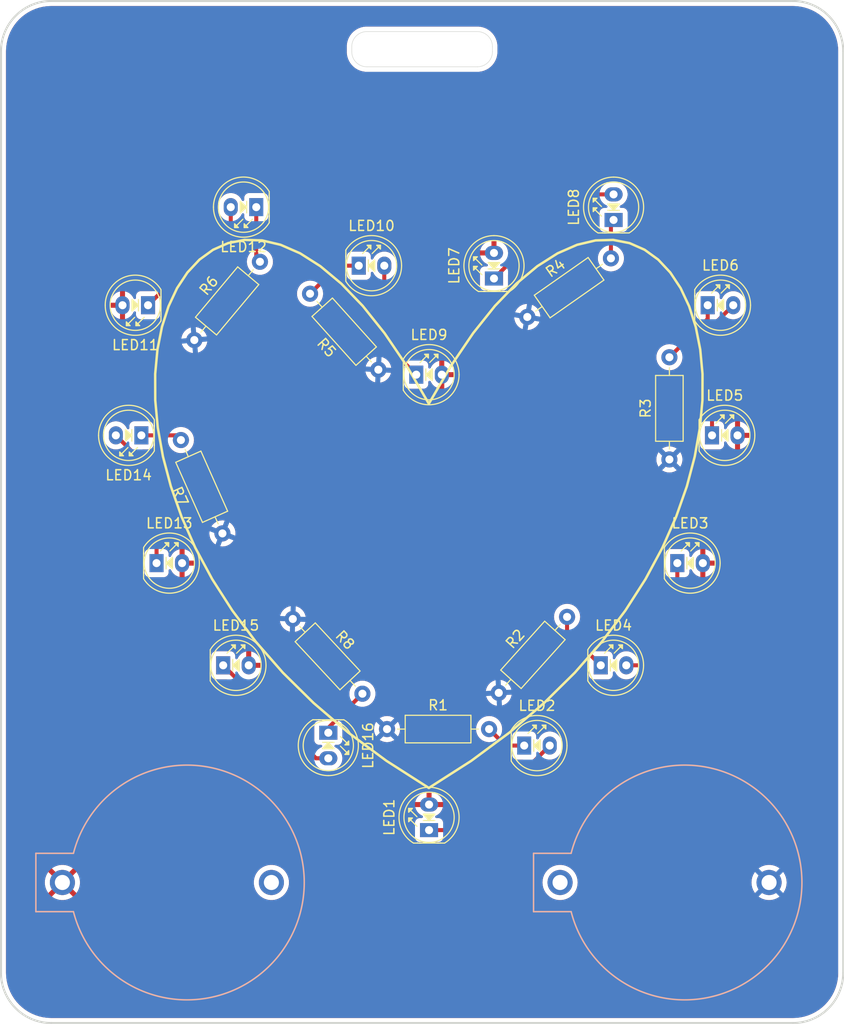
<source format=kicad_pcb>
(kicad_pcb (version 20240108) (generator "pcbnew") (generator_version "8.0")
  (layers (0 "F.Cu" signal) (31 "B.Cu" signal) (34 "B.Paste" user) (35 "F.Paste" user) (36 "B.SilkS" user "B.Silkscreen") (37 "F.SilkS" user "F.Silkscreen") (38 "B.Mask" user) (39 "F.Mask" user) (44 "Edge.Cuts" user))
  (net 0 "")
  (net 1 "VCC")
  (net 2 "Net-(BAT1-Pad2)")
  (net 3 "GND")
  (net 4 "Net-(LED1-K)")
  (net 5 "Net-(LED2-K)")
  (net 6 "Net-(LED3-K)")
  (net 7 "Net-(LED4-K)")
  (net 8 "Net-(LED5-K)")
  (net 9 "Net-(LED6-K)")
  (net 10 "Net-(LED7-K)")
  (net 11 "Net-(LED8-K)")
  (net 12 "Net-(LED10-A)")
  (net 13 "Net-(LED10-K)")
  (net 14 "Net-(LED11-K)")
  (net 15 "Net-(LED12-K)")
  (net 16 "Net-(LED13-K)")
  (net 17 "Net-(LED14-K)")
  (net 18 "Net-(LED15-K)")
  (net 19 "Net-(LED16-K)")
  (footprint "Resistor_THT:R_Axial_DIN0207_L6.3mm_D2.5mm_P10.16mm_Horizontal" (layer "F.Cu") (at 129.729252 84.506013 50)
    (property "Reference" "R6" (at 5.080001 -2.37 50) (layer "F.SilkS"))
    (property "Value" "150R")
    (fp_line (start 1.81 -1.369999) (end 1.81 1.370001) (stroke (width 0.12)) (layer "F.SilkS"))
    (fp_line (start 1.04 0) (end 1.81 0.000001) (stroke (width 0.12)) (layer "F.SilkS"))
    (fp_line (start 1.81 1.370001) (end 8.35 1.37) (stroke (width 0.12)) (layer "F.SilkS"))
    (fp_line (start 8.35 -1.37) (end 1.81 -1.369999) (stroke (width 0.12)) (layer "F.SilkS"))
    (fp_line (start 9.12 -0.000001) (end 8.350001 0) (stroke (width 0.12)) (layer "F.SilkS"))
    (fp_line (start 8.35 1.37) (end 8.35 -1.37) (stroke (width 0.12)) (layer "F.SilkS"))
    (pad "1" thru_hole circle (at 0 0 50) (size 1.6 1.6) (drill 0.8) (layers "*.Cu" "*.Mask") (net 3 "GND"))
    (pad "2" thru_hole oval (at 10.16 -0.000001 50) (size 1.6 1.6) (drill 0.8) (layers "*.Cu" "*.Mask") (net 15 "Net-(LED12-K)"))
  )
  (footprint "PCM_LED_THT_AKL:LED_D5.0mm" (layer "F.Cu") (at 143.064986 123.543344 -90)
    (property "Reference" "LED16" (at 1.27 -3.96 90) (layer "F.SilkS"))
    (property "Value" "LED_5mm_Red" (hide yes))
    (fp_line (start 0.9525 -0.5715) (end 0.9525 0.5715) (stroke (width 0.12)) (layer "F.SilkS"))
    (fp_line (start 0.381 -1.2065) (end 1.2065 -2.032) (stroke (width 0.12)) (layer "F.SilkS"))
    (fp_line (start 1.3335 -1.2065) (end 2.159 -2.032) (stroke (width 0.12)) (layer "F.SilkS"))
    (fp_line (start -1.29 -1.545) (end -1.29 1.545) (stroke (width 0.12)) (layer "F.SilkS"))
    (fp_arc (start 4.26 -0.000462) (mid 2.072002 2.880433) (end -1.29 1.54483) (stroke (width 0.12)) (layer "F.SilkS"))
    (fp_arc (start -1.29 -1.54483) (mid 2.072002 -2.880433) (end 4.26 0.000462) (stroke (width 0.12)) (layer "F.SilkS"))
    (fp_circle (center 1.27 0) (end 3.77 0) (stroke (width 0.12)) (fill none) (layer "F.SilkS"))
    (fp_poly (pts (xy 1.5875 0.5715) (xy 0.9525 0) (xy 1.5875 -0.5715)) (stroke (width 0.12)) (fill solid) (layer "F.SilkS"))
    (fp_poly (pts (xy 1.2065 -1.651) (xy 0.8255 -2.032) (xy 1.2065 -2.032)) (stroke (width 0.12)) (fill solid) (layer "F.SilkS"))
    (fp_poly (pts (xy 2.159 -1.651) (xy 1.778 -2.032) (xy 2.159 -2.032)) (stroke (width 0.12)) (fill solid) (layer "F.SilkS"))
    (pad "1" thru_hole rect (at 0 0 270) (size 1.4 1.8) (drill 0.8) (layers "*.Cu" "*.Mask") (net 19 "Net-(LED16-K)"))
    (pad "2" thru_hole oval (at 2.54 0 270) (size 1.4 1.8) (drill 0.8) (layers "*.Cu" "*.Mask") (net 18 "Net-(LED15-K)"))
  )
  (footprint "PCM_LED_THT_AKL:LED_D5.0mm" (layer "F.Cu") (at 135.895 71.291513 180)
    (property "Reference" "LED12" (at 1.27 -3.96 0) (layer "F.SilkS"))
    (property "Value" "LED_5mm_Red" (hide yes))
    (fp_line (start 1.3335 -1.2065) (end 2.159 -2.032) (stroke (width 0.12)) (layer "F.SilkS"))
    (fp_line (start 0.9525 -0.5715) (end 0.9525 0.5715) (stroke (width 0.12)) (layer "F.SilkS"))
    (fp_line (start 0.381 -1.2065) (end 1.2065 -2.032) (stroke (width 0.12)) (layer "F.SilkS"))
    (fp_line (start -1.29 -1.545) (end -1.29 1.545) (stroke (width 0.12)) (layer "F.SilkS"))
    (fp_arc (start 4.26 -0.000462) (mid 2.072002 2.880433) (end -1.29 1.54483) (stroke (width 0.12)) (layer "F.SilkS"))
    (fp_arc (start -1.29 -1.54483) (mid 2.072002 -2.880433) (end 4.26 0.000462) (stroke (width 0.12)) (layer "F.SilkS"))
    (fp_circle (center 1.27 0) (end 3.77 0) (stroke (width 0.12)) (fill none) (layer "F.SilkS"))
    (fp_poly (pts (xy 2.159 -1.651) (xy 1.778 -2.032) (xy 2.159 -2.032)) (stroke (width 0.12)) (fill solid) (layer "F.SilkS"))
    (fp_poly (pts (xy 1.5875 0.5715) (xy 0.9525 0) (xy 1.5875 -0.5715)) (stroke (width 0.12)) (fill solid) (layer "F.SilkS"))
    (fp_poly (pts (xy 1.2065 -1.651) (xy 0.8255 -2.032) (xy 1.2065 -2.032)) (stroke (width 0.12)) (fill solid) (layer "F.SilkS"))
    (pad "1" thru_hole rect (at 0 0 180) (size 1.4 1.8) (drill 0.8) (layers "*.Cu" "*.Mask") (net 15 "Net-(LED12-K)"))
    (pad "2" thru_hole oval (at 2.54 0 180) (size 1.4 1.8) (drill 0.8) (layers "*.Cu" "*.Mask") (net 14 "Net-(LED11-K)"))
  )
  (footprint "Resistor_THT:R_Axial_DIN0207_L6.3mm_D2.5mm_P10.16mm_Horizontal" (layer "F.Cu") (at 160.028471 119.576472 48)
    (property "Reference" "R2" (at 5.08 -2.370001 48) (layer "F.SilkS"))
    (property "Value" "150R")
    (fp_line (start 1.810001 -1.370001) (end 1.81 1.37) (stroke (width 0.12)) (layer "F.SilkS"))
    (fp_line (start 1.04 -0.000001) (end 1.81 0) (stroke (width 0.12)) (layer "F.SilkS"))
    (fp_line (start 1.81 1.37) (end 8.35 1.370002) (stroke (width 0.12)) (layer "F.SilkS"))
    (fp_line (start 8.35 -1.369999) (end 1.810001 -1.370001) (stroke (width 0.12)) (layer "F.SilkS"))
    (fp_line (start 9.119999 -0.000001) (end 8.35 -0.000001) (stroke (width 0.12)) (layer "F.SilkS"))
    (fp_line (start 8.35 1.370002) (end 8.35 -1.369999) (stroke (width 0.12)) (layer "F.SilkS"))
    (pad "1" thru_hole circle (at 0 0 48) (size 1.6 1.6) (drill 0.8) (layers "*.Cu" "*.Mask") (net 3 "GND"))
    (pad "2" thru_hole oval (at 10.160002 0 48) (size 1.6 1.6) (drill 0.8) (layers "*.Cu" "*.Mask") (net 7 "Net-(LED4-K)"))
  )
  (footprint "Resistor_THT:R_Axial_DIN0207_L6.3mm_D2.5mm_P10.16mm_Horizontal" (layer "F.Cu") (at 132.528123 103.728818 114)
    (property "Reference" "R7" (at 5.08 -2.370001 114) (layer "F.SilkS"))
    (property "Value" "150R")
    (fp_line (start 8.35 -1.37) (end 1.81 -1.369999) (stroke (width 0.12)) (layer "F.SilkS"))
    (fp_line (start 9.12 0) (end 8.35 -0.000001) (stroke (width 0.12)) (layer "F.SilkS"))
    (fp_line (start 8.349999 1.37) (end 8.35 -1.37) (stroke (width 0.12)) (layer "F.SilkS"))
    (fp_line (start 1.81 -1.369999) (end 1.81 1.37) (stroke (width 0.12)) (layer "F.SilkS"))
    (fp_line (start 1.039999 0) (end 1.81 -0.000001) (stroke (width 0.12)) (layer "F.SilkS"))
    (fp_line (start 1.81 1.37) (end 8.349999 1.37) (stroke (width 0.12)) (layer "F.SilkS"))
    (pad "1" thru_hole circle (at 0 0 114) (size 1.6 1.6) (drill 0.8) (layers "*.Cu" "*.Mask") (net 3 "GND"))
    (pad "2" thru_hole oval (at 10.16 -0.000001 114) (size 1.6 1.6) (drill 0.8) (layers "*.Cu" "*.Mask") (net 17 "Net-(LED14-K)"))
  )
  (footprint "PCM_LED_THT_AKL:LED_D5.0mm" (layer "F.Cu") (at 132.602772 116.84)
    (property "Reference" "LED15" (at 1.27 -3.96 360) (layer "F.SilkS"))
    (property "Value" "LED_5mm_Red" (hide yes))
    (fp_line (start -1.29 -1.545) (end -1.29 1.545) (stroke (width 0.12)) (layer "F.SilkS"))
    (fp_line (start 0.381 -1.2065) (end 1.2065 -2.032) (stroke (width 0.12)) (layer "F.SilkS"))
    (fp_line (start 0.9525 -0.5715) (end 0.9525 0.5715) (stroke (width 0.12)) (layer "F.SilkS"))
    (fp_line (start 1.3335 -1.2065) (end 2.159 -2.032) (stroke (width 0.12)) (layer "F.SilkS"))
    (fp_arc (start -1.29 -1.54483) (mid 2.072002 -2.880433) (end 4.26 0.000462) (stroke (width 0.12)) (layer "F.SilkS"))
    (fp_arc (start 4.26 -0.000462) (mid 2.072002 2.880433) (end -1.29 1.54483) (stroke (width 0.12)) (layer "F.SilkS"))
    (fp_circle (center 1.27 0) (end 3.77 0) (stroke (width 0.12)) (fill none) (layer "F.SilkS"))
    (fp_poly (pts (xy 1.2065 -1.651) (xy 0.8255 -2.032) (xy 1.2065 -2.032)) (stroke (width 0.12)) (fill solid) (layer "F.SilkS"))
    (fp_poly (pts (xy 1.5875 0.5715) (xy 0.9525 0) (xy 1.5875 -0.5715)) (stroke (width 0.12)) (fill solid) (layer "F.SilkS"))
    (fp_poly (pts (xy 2.159 -1.651) (xy 1.778 -2.032) (xy 2.159 -2.032)) (stroke (width 0.12)) (fill solid) (layer "F.SilkS"))
    (pad "1" thru_hole rect (at 0 0) (size 1.4 1.8) (drill 0.8) (layers "*.Cu" "*.Mask") (net 18 "Net-(LED15-K)"))
    (pad "2" thru_hole oval (at 2.54 0) (size 1.4 1.8) (drill 0.8) (layers "*.Cu" "*.Mask") (net 1 "VCC"))
  )
  (footprint "PCM_LED_THT_AKL:LED_D5.0mm" (layer "F.Cu") (at 170.18 116.84)
    (property "Reference" "LED4" (at 1.27 -3.96 0) (layer "F.SilkS"))
    (property "Value" "LED_5mm_Red" (hide yes))
    (fp_line (start -1.29 -1.545) (end -1.29 1.545) (stroke (width 0.12)) (layer "F.SilkS"))
    (fp_line (start 0.381 -1.2065) (end 1.2065 -2.032) (stroke (width 0.12)) (layer "F.SilkS"))
    (fp_line (start 0.9525 -0.5715) (end 0.9525 0.5715) (stroke (width 0.12)) (layer "F.SilkS"))
    (fp_line (start 1.3335 -1.2065) (end 2.159 -2.032) (stroke (width 0.12)) (layer "F.SilkS"))
    (fp_arc (start -1.29 -1.54483) (mid 2.072002 -2.880433) (end 4.26 0.000462) (stroke (width 0.12)) (layer "F.SilkS"))
    (fp_arc (start 4.26 -0.000462) (mid 2.072002 2.880433) (end -1.29 1.54483) (stroke (width 0.12)) (layer "F.SilkS"))
    (fp_circle (center 1.27 0) (end 3.77 0) (stroke (width 0.12)) (fill none) (layer "F.SilkS"))
    (fp_poly (pts (xy 1.2065 -1.651) (xy 0.8255 -2.032) (xy 1.2065 -2.032)) (stroke (width 0.12)) (fill solid) (layer "F.SilkS"))
    (fp_poly (pts (xy 1.5875 0.5715) (xy 0.9525 0) (xy 1.5875 -0.5715)) (stroke (width 0.12)) (fill solid) (layer "F.SilkS"))
    (fp_poly (pts (xy 2.159 -1.651) (xy 1.778 -2.032) (xy 2.159 -2.032)) (stroke (width 0.12)) (fill solid) (layer "F.SilkS"))
    (pad "1" thru_hole rect (at 0 0) (size 1.4 1.8) (drill 0.8) (layers "*.Cu" "*.Mask") (net 7 "Net-(LED4-K)"))
    (pad "2" thru_hole oval (at 2.54 0) (size 1.4 1.8) (drill 0.8) (layers "*.Cu" "*.Mask") (net 6 "Net-(LED3-K)"))
  )
  (footprint "PCM_LED_THT_AKL:LED_D5.0mm" (layer "F.Cu") (at 151.818716 87.946696)
    (property "Reference" "LED9" (at 1.27 -3.96 360) (layer "F.SilkS"))
    (property "Value" "LED_5mm_Red" (hide yes))
    (fp_line (start -1.29 -1.545) (end -1.29 1.545) (stroke (width 0.12)) (layer "F.SilkS"))
    (fp_line (start 0.381 -1.2065) (end 1.2065 -2.032) (stroke (width 0.12)) (layer "F.SilkS"))
    (fp_line (start 0.9525 -0.5715) (end 0.9525 0.5715) (stroke (width 0.12)) (layer "F.SilkS"))
    (fp_line (start 1.3335 -1.2065) (end 2.159 -2.032) (stroke (width 0.12)) (layer "F.SilkS"))
    (fp_arc (start -1.29 -1.54483) (mid 2.072002 -2.880433) (end 4.26 0.000462) (stroke (width 0.12)) (layer "F.SilkS"))
    (fp_arc (start 4.26 -0.000462) (mid 2.072002 2.880433) (end -1.29 1.54483) (stroke (width 0.12)) (layer "F.SilkS"))
    (fp_circle (center 1.27 0) (end 3.77 0) (stroke (width 0.12)) (fill none) (layer "F.SilkS"))
    (fp_poly (pts (xy 1.2065 -1.651) (xy 0.8255 -2.032) (xy 1.2065 -2.032)) (stroke (width 0.12)) (fill solid) (layer "F.SilkS"))
    (fp_poly (pts (xy 1.5875 0.5715) (xy 0.9525 0) (xy 1.5875 -0.5715)) (stroke (width 0.12)) (fill solid) (layer "F.SilkS"))
    (fp_poly (pts (xy 2.159 -1.651) (xy 1.778 -2.032) (xy 2.159 -2.032)) (stroke (width 0.12)) (fill solid) (layer "F.SilkS"))
    (pad "1" thru_hole rect (at 0 0) (size 1.4 1.8) (drill 0.8) (layers "*.Cu" "*.Mask") (net 12 "Net-(LED10-A)"))
    (pad "2" thru_hole oval (at 2.54 0) (size 1.4 1.8) (drill 0.8) (layers "*.Cu" "*.Mask") (net 1 "VCC"))
  )
  (footprint "PCM_LED_THT_AKL:LED_D5.0mm" (layer "F.Cu") (at 177.8 106.68)
    (property "Reference" "LED3" (at 1.27 -3.96 0) (layer "F.SilkS"))
    (property "Value" "LED_5mm_Red" (hide yes))
    (fp_line (start -1.29 -1.545) (end -1.29 1.545) (stroke (width 0.12)) (layer "F.SilkS"))
    (fp_line (start 0.381 -1.2065) (end 1.2065 -2.032) (stroke (width 0.12)) (layer "F.SilkS"))
    (fp_line (start 0.9525 -0.5715) (end 0.9525 0.5715) (stroke (width 0.12)) (layer "F.SilkS"))
    (fp_line (start 1.3335 -1.2065) (end 2.159 -2.032) (stroke (width 0.12)) (layer "F.SilkS"))
    (fp_arc (start -1.29 -1.54483) (mid 2.072002 -2.880433) (end 4.26 0.000462) (stroke (width 0.12)) (layer "F.SilkS"))
    (fp_arc (start 4.26 -0.000462) (mid 2.072002 2.880433) (end -1.29 1.54483) (stroke (width 0.12)) (layer "F.SilkS"))
    (fp_circle (center 1.27 0) (end 3.77 0) (stroke (width 0.12)) (fill none) (layer "F.SilkS"))
    (fp_poly (pts (xy 1.2065 -1.651) (xy 0.8255 -2.032) (xy 1.2065 -2.032)) (stroke (width 0.12)) (fill solid) (layer "F.SilkS"))
    (fp_poly (pts (xy 1.5875 0.5715) (xy 0.9525 0) (xy 1.5875 -0.5715)) (stroke (width 0.12)) (fill solid) (layer "F.SilkS"))
    (fp_poly (pts (xy 2.159 -1.651) (xy 1.778 -2.032) (xy 2.159 -2.032)) (stroke (width 0.12)) (fill solid) (layer "F.SilkS"))
    (pad "1" thru_hole rect (at 0 0) (size 1.4 1.8) (drill 0.8) (layers "*.Cu" "*.Mask") (net 6 "Net-(LED3-K)"))
    (pad "2" thru_hole oval (at 2.54 0) (size 1.4 1.8) (drill 0.8) (layers "*.Cu" "*.Mask") (net 1 "VCC"))
  )
  (footprint "PCM_LED_THT_AKL:LED_D5.0mm" (layer "F.Cu") (at 181.253678 93.98)
    (property "Reference" "LED5" (at 1.27 -3.96 0) (layer "F.SilkS"))
    (property "Value" "LED_5mm_Red" (hide yes))
    (fp_line (start -1.29 -1.545) (end -1.29 1.545) (stroke (width 0.12)) (layer "F.SilkS"))
    (fp_line (start 0.381 -1.2065) (end 1.2065 -2.032) (stroke (width 0.12)) (layer "F.SilkS"))
    (fp_line (start 0.9525 -0.5715) (end 0.9525 0.5715) (stroke (width 0.12)) (layer "F.SilkS"))
    (fp_line (start 1.3335 -1.2065) (end 2.159 -2.032) (stroke (width 0.12)) (layer "F.SilkS"))
    (fp_arc (start -1.29 -1.54483) (mid 2.072002 -2.880433) (end 4.26 0.000462) (stroke (width 0.12)) (layer "F.SilkS"))
    (fp_arc (start 4.26 -0.000462) (mid 2.072002 2.880433) (end -1.29 1.54483) (stroke (width 0.12)) (layer "F.SilkS"))
    (fp_circle (center 1.27 0) (end 3.77 0) (stroke (width 0.12)) (fill none) (layer "F.SilkS"))
    (fp_poly (pts (xy 1.2065 -1.651) (xy 0.8255 -2.032) (xy 1.2065 -2.032)) (stroke (width 0.12)) (fill solid) (layer "F.SilkS"))
    (fp_poly (pts (xy 1.5875 0.5715) (xy 0.9525 0) (xy 1.5875 -0.5715)) (stroke (width 0.12)) (fill solid) (layer "F.SilkS"))
    (fp_poly (pts (xy 2.159 -1.651) (xy 1.778 -2.032) (xy 2.159 -2.032)) (stroke (width 0.12)) (fill solid) (layer "F.SilkS"))
    (pad "1" thru_hole rect (at 0 0) (size 1.4 1.8) (drill 0.8) (layers "*.Cu" "*.Mask") (net 8 "Net-(LED5-K)"))
    (pad "2" thru_hole oval (at 2.54 0) (size 1.4 1.8) (drill 0.8) (layers "*.Cu" "*.Mask") (net 1 "VCC"))
  )
  (footprint "PCM_LED_THT_AKL:LED_D5.0mm" (layer "F.Cu") (at 171.455 72.566513 90)
    (property "Reference" "LED8" (at 1.27 -3.96 90) (layer "F.SilkS"))
    (property "Value" "LED_5mm_Red" (hide yes))
    (fp_line (start -1.29 -1.545) (end -1.29 1.545) (stroke (width 0.12)) (layer "F.SilkS"))
    (fp_line (start 1.3335 -1.2065) (end 2.159 -2.032) (stroke (width 0.12)) (layer "F.SilkS"))
    (fp_line (start 0.381 -1.2065) (end 1.2065 -2.032) (stroke (width 0.12)) (layer "F.SilkS"))
    (fp_line (start 0.9525 -0.5715) (end 0.9525 0.5715) (stroke (width 0.12)) (layer "F.SilkS"))
    (fp_arc (start -1.29 -1.54483) (mid 2.072002 -2.880433) (end 4.26 0.000462) (stroke (width 0.12)) (layer "F.SilkS"))
    (fp_arc (start 4.26 -0.000462) (mid 2.072002 2.880433) (end -1.29 1.54483) (stroke (width 0.12)) (layer "F.SilkS"))
    (fp_circle (center 1.27 0) (end 3.77 0) (stroke (width 0.12)) (fill none) (layer "F.SilkS"))
    (fp_poly (pts (xy 2.159 -1.651) (xy 1.778 -2.032) (xy 2.159 -2.032)) (stroke (width 0.12)) (fill solid) (layer "F.SilkS"))
    (fp_poly (pts (xy 1.2065 -1.651) (xy 0.8255 -2.032) (xy 1.2065 -2.032)) (stroke (width 0.12)) (fill solid) (layer "F.SilkS"))
    (fp_poly (pts (xy 1.5875 0.5715) (xy 0.9525 0) (xy 1.5875 -0.5715)) (stroke (width 0.12)) (fill solid) (layer "F.SilkS"))
    (pad "1" thru_hole rect (at 0 0 90) (size 1.4 1.8) (drill 0.8) (layers "*.Cu" "*.Mask") (net 11 "Net-(LED8-K)"))
    (pad "2" thru_hole oval (at 2.54 0 90) (size 1.4 1.8) (drill 0.8) (layers "*.Cu" "*.Mask") (net 10 "Net-(LED7-K)"))
  )
  (footprint "Resistor_THT:R_Axial_DIN0207_L6.3mm_D2.5mm_P10.16mm_Horizontal" (layer "F.Cu") (at 139.530433 112.233303 -47)
    (property "Reference" "R8" (at 5.08 -2.370001 133) (layer "F.SilkS"))
    (property "Value" "150R")
    (fp_line (start 1.81 1.37) (end 8.35 1.37) (stroke (width 0.12)) (layer "F.SilkS"))
    (fp_line (start 1.04 0) (end 1.81 0) (stroke (width 0.12)) (layer "F.SilkS"))
    (fp_line (start 1.81 -1.370001) (end 1.81 1.37) (stroke (width 0.12)) (layer "F.SilkS"))
    (fp_line (start 8.35 1.37) (end 8.349999 -1.37) (stroke (width 0.12)) (layer "F.SilkS"))
    (fp_line (start 9.120001 0.000001) (end 8.350001 0.000001) (stroke (width 0.12)) (layer "F.SilkS"))
    (fp_line (start 8.349999 -1.37) (end 1.81 -1.370001) (stroke (width 0.12)) (layer "F.SilkS"))
    (pad "1" thru_hole circle (at 0 0 313) (size 1.6 1.6) (drill 0.8) (layers "*.Cu" "*.Mask") (net 3 "GND"))
    (pad "2" thru_hole oval (at 10.16 0.000001 313) (size 1.6 1.6) (drill 0.8) (layers "*.Cu" "*.Mask") (net 19 "Net-(LED16-K)"))
  )
  (footprint "PCM_LED_THT_AKL:LED_D5.0mm" (layer "F.Cu") (at 125.122362 81.042889 180)
    (property "Reference" "LED11" (at 1.27 -3.96 0) (layer "F.SilkS"))
    (property "Value" "LED_5mm_Red" (hide yes))
    (fp_line (start 1.3335 -1.2065) (end 2.159 -2.032) (stroke (width 0.12)) (layer "F.SilkS"))
    (fp_line (start 0.9525 -0.5715) (end 0.9525 0.5715) (stroke (width 0.12)) (layer "F.SilkS"))
    (fp_line (start 0.381 -1.2065) (end 1.2065 -2.032) (stroke (width 0.12)) (layer "F.SilkS"))
    (fp_line (start -1.29 -1.545) (end -1.29 1.545) (stroke (width 0.12)) (layer "F.SilkS"))
    (fp_arc (start 4.26 -0.000462) (mid 2.072002 2.880433) (end -1.29 1.54483) (stroke (width 0.12)) (layer "F.SilkS"))
    (fp_arc (start -1.29 -1.54483) (mid 2.072002 -2.880433) (end 4.26 0.000462) (stroke (width 0.12)) (layer "F.SilkS"))
    (fp_circle (center 1.27 0) (end 3.77 0) (stroke (width 0.12)) (fill none) (layer "F.SilkS"))
    (fp_poly (pts (xy 2.159 -1.651) (xy 1.778 -2.032) (xy 2.159 -2.032)) (stroke (width 0.12)) (fill solid) (layer "F.SilkS"))
    (fp_poly (pts (xy 1.5875 0.5715) (xy 0.9525 0) (xy 1.5875 -0.5715)) (stroke (width 0.12)) (fill solid) (layer "F.SilkS"))
    (fp_poly (pts (xy 1.2065 -1.651) (xy 0.8255 -2.032) (xy 1.2065 -2.032)) (stroke (width 0.12)) (fill solid) (layer "F.SilkS"))
    (pad "1" thru_hole rect (at 0 0 180) (size 1.4 1.8) (drill 0.8) (layers "*.Cu" "*.Mask") (net 14 "Net-(LED11-K)"))
    (pad "2" thru_hole oval (at 2.54 0 180) (size 1.4 1.8) (drill 0.8) (layers "*.Cu" "*.Mask") (net 1 "VCC"))
  )
  (footprint "PCM_LED_THT_AKL:LED_D5.0mm" (layer "F.Cu") (at 159.552802 78.385743 90)
    (property "Reference" "LED7" (at 1.27 -3.96 90) (layer "F.SilkS"))
    (property "Value" "LED_5mm_Red" (hide yes))
    (fp_line (start -1.29 -1.545) (end -1.29 1.545) (stroke (width 0.12)) (layer "F.SilkS"))
    (fp_line (start 1.3335 -1.2065) (end 2.159 -2.032) (stroke (width 0.12)) (layer "F.SilkS"))
    (fp_line (start 0.381 -1.2065) (end 1.2065 -2.032) (stroke (width 0.12)) (layer "F.SilkS"))
    (fp_line (start 0.9525 -0.5715) (end 0.9525 0.5715) (stroke (width 0.12)) (layer "F.SilkS"))
    (fp_arc (start -1.29 -1.54483) (mid 2.072002 -2.880433) (end 4.26 0.000462) (stroke (width 0.12)) (layer "F.SilkS"))
    (fp_arc (start 4.26 -0.000462) (mid 2.072002 2.880433) (end -1.29 1.54483) (stroke (width 0.12)) (layer "F.SilkS"))
    (fp_circle (center 1.27 0) (end 3.77 0) (stroke (width 0.12)) (fill none) (layer "F.SilkS"))
    (fp_poly (pts (xy 2.159 -1.651) (xy 1.778 -2.032) (xy 2.159 -2.032)) (stroke (width 0.12)) (fill solid) (layer "F.SilkS"))
    (fp_poly (pts (xy 1.2065 -1.651) (xy 0.8255 -2.032) (xy 1.2065 -2.032)) (stroke (width 0.12)) (fill solid) (layer "F.SilkS"))
    (fp_poly (pts (xy 1.5875 0.5715) (xy 0.9525 0) (xy 1.5875 -0.5715)) (stroke (width 0.12)) (fill solid) (layer "F.SilkS"))
    (pad "1" thru_hole rect (at 0 0 90) (size 1.4 1.8) (drill 0.8) (layers "*.Cu" "*.Mask") (net 10 "Net-(LED7-K)"))
    (pad "2" thru_hole oval (at 2.54 0 90) (size 1.4 1.8) (drill 0.8) (layers "*.Cu" "*.Mask") (net 1 "VCC"))
  )
  (footprint "Resistor_THT:R_Axial_DIN0207_L6.3mm_D2.5mm_P10.16mm_Horizontal" (layer "F.Cu") (at 148.044844 87.449475 132)
    (property "Reference" "R5" (at 5.079999 -2.370001 132) (layer "F.SilkS"))
    (property "Value" "150R")
    (fp_line (start 8.35 -1.37) (end 1.81 -1.37) (stroke (width 0.12)) (layer "F.SilkS"))
    (fp_line (start 9.12 0) (end 8.350001 0) (stroke (width 0.12)) (layer "F.SilkS"))
    (fp_line (start 8.349999 1.370001) (end 8.35 -1.37) (stroke (width 0.12)) (layer "F.SilkS"))
    (fp_line (start 1.81 -1.37) (end 1.81 1.37) (stroke (width 0.12)) (layer "F.SilkS"))
    (fp_line (start 1.04 0) (end 1.81 0) (stroke (width 0.12)) (layer "F.SilkS"))
    (fp_line (start 1.81 1.37) (end 8.349999 1.370001) (stroke (width 0.12)) (layer "F.SilkS"))
    (pad "1" thru_hole circle (at 0 0 132) (size 1.6 1.6) (drill 0.8) (layers "*.Cu" "*.Mask") (net 3 "GND"))
    (pad "2" thru_hole oval (at 10.16 0 132) (size 1.6 1.6) (drill 0.8) (layers "*.Cu" "*.Mask") (net 13 "Net-(LED10-K)"))
  )
  (footprint "PCM_LED_THT_AKL:LED_D5.0mm" (layer "F.Cu") (at 124.46 93.98 180)
    (property "Reference" "LED14" (at 1.27 -3.96 0) (layer "F.SilkS"))
    (property "Value" "LED_5mm_Red" (hide yes))
    (fp_line (start 1.3335 -1.2065) (end 2.159 -2.032) (stroke (width 0.12)) (layer "F.SilkS"))
    (fp_line (start 0.9525 -0.5715) (end 0.9525 0.5715) (stroke (width 0.12)) (layer "F.SilkS"))
    (fp_line (start 0.381 -1.2065) (end 1.2065 -2.032) (stroke (width 0.12)) (layer "F.SilkS"))
    (fp_line (start -1.29 -1.545) (end -1.29 1.545) (stroke (width 0.12)) (layer "F.SilkS"))
    (fp_arc (start 4.26 -0.000462) (mid 2.072002 2.880433) (end -1.29 1.54483) (stroke (width 0.12)) (layer "F.SilkS"))
    (fp_arc (start -1.29 -1.54483) (mid 2.072002 -2.880433) (end 4.26 0.000462) (stroke (width 0.12)) (layer "F.SilkS"))
    (fp_circle (center 1.27 0) (end 3.77 0) (stroke (width 0.12)) (fill none) (layer "F.SilkS"))
    (fp_poly (pts (xy 2.159 -1.651) (xy 1.778 -2.032) (xy 2.159 -2.032)) (stroke (width 0.12)) (fill solid) (layer "F.SilkS"))
    (fp_poly (pts (xy 1.5875 0.5715) (xy 0.9525 0) (xy 1.5875 -0.5715)) (stroke (width 0.12)) (fill solid) (layer "F.SilkS"))
    (fp_poly (pts (xy 1.2065 -1.651) (xy 0.8255 -2.032) (xy 1.2065 -2.032)) (stroke (width 0.12)) (fill solid) (layer "F.SilkS"))
    (pad "1" thru_hole rect (at 0 0 180) (size 1.4 1.8) (drill 0.8) (layers "*.Cu" "*.Mask") (net 17 "Net-(LED14-K)"))
    (pad "2" thru_hole oval (at 2.54 0 180) (size 1.4 1.8) (drill 0.8) (layers "*.Cu" "*.Mask") (net 16 "Net-(LED13-K)"))
  )
  (footprint "Resistor_THT:R_Axial_DIN0207_L6.3mm_D2.5mm_P10.16mm_Horizontal" (layer "F.Cu") (at 162.868676 82.210875 35)
    (property "Reference" "R4" (at 5.079999 -2.370001 35) (layer "F.SilkS"))
    (property "Value" "150R")
    (fp_line (start 1.810001 -1.37) (end 1.809999 1.370002) (stroke (width 0.12)) (layer "F.SilkS"))
    (fp_line (start 1.04 -0.000002) (end 1.809998 0) (stroke (width 0.12)) (layer "F.SilkS"))
    (fp_line (start 1.809999 1.370002) (end 8.35 1.370001) (stroke (width 0.12)) (layer "F.SilkS"))
    (fp_line (start 8.350001 -1.37) (end 1.810001 -1.37) (stroke (width 0.12)) (layer "F.SilkS"))
    (fp_line (start 9.120001 -0.000001) (end 8.349999 0) (stroke (width 0.12)) (layer "F.SilkS"))
    (fp_line (start 8.35 1.370001) (end 8.350001 -1.37) (stroke (width 0.12)) (layer "F.SilkS"))
    (pad "1" thru_hole circle (at 0 0 35) (size 1.6 1.6) (drill 0.8) (layers "*.Cu" "*.Mask") (net 3 "GND"))
    (pad "2" thru_hole oval (at 10.16 0.000001 35) (size 1.6 1.6) (drill 0.8) (layers "*.Cu" "*.Mask") (net 11 "Net-(LED8-K)"))
  )
  (footprint "PCM_LED_THT_AKL:LED_D5.0mm" (layer "F.Cu") (at 146.095834 77.110743)
    (property "Reference" "LED10" (at 1.27 -3.96 0) (layer "F.SilkS"))
    (property "Value" "LED_5mm_Red" (hide yes))
    (fp_line (start -1.29 -1.545) (end -1.29 1.545) (stroke (width 0.12)) (layer "F.SilkS"))
    (fp_line (start 0.381 -1.2065) (end 1.2065 -2.032) (stroke (width 0.12)) (layer "F.SilkS"))
    (fp_line (start 0.9525 -0.5715) (end 0.9525 0.5715) (stroke (width 0.12)) (layer "F.SilkS"))
    (fp_line (start 1.3335 -1.2065) (end 2.159 -2.032) (stroke (width 0.12)) (layer "F.SilkS"))
    (fp_arc (start -1.29 -1.54483) (mid 2.072002 -2.880433) (end 4.26 0.000462) (stroke (width 0.12)) (layer "F.SilkS"))
    (fp_arc (start 4.26 -0.000462) (mid 2.072002 2.880433) (end -1.29 1.54483) (stroke (width 0.12)) (layer "F.SilkS"))
    (fp_circle (center 1.27 0) (end 3.77 0) (stroke (width 0.12)) (fill none) (layer "F.SilkS"))
    (fp_poly (pts (xy 1.2065 -1.651) (xy 0.8255 -2.032) (xy 1.2065 -2.032)) (stroke (width 0.12)) (fill solid) (layer "F.SilkS"))
    (fp_poly (pts (xy 1.5875 0.5715) (xy 0.9525 0) (xy 1.5875 -0.5715)) (stroke (width 0.12)) (fill solid) (layer "F.SilkS"))
    (fp_poly (pts (xy 2.159 -1.651) (xy 1.778 -2.032) (xy 2.159 -2.032)) (stroke (width 0.12)) (fill solid) (layer "F.SilkS"))
    (pad "1" thru_hole rect (at 0 0) (size 1.4 1.8) (drill 0.8) (layers "*.Cu" "*.Mask") (net 13 "Net-(LED10-K)"))
    (pad "2" thru_hole oval (at 2.54 0) (size 1.4 1.8) (drill 0.8) (layers "*.Cu" "*.Mask") (net 12 "Net-(LED10-A)"))
  )
  (footprint "PCM_LED_THT_AKL:LED_D5.0mm" (layer "F.Cu") (at 162.56 124.818344)
    (property "Reference" "LED2" (at 1.27 -3.96 0) (layer "F.SilkS"))
    (property "Value" "LED_5mm_Red" (hide yes))
    (fp_line (start -1.29 -1.545) (end -1.29 1.545) (stroke (width 0.12)) (layer "F.SilkS"))
    (fp_line (start 0.381 -1.2065) (end 1.2065 -2.032) (stroke (width 0.12)) (layer "F.SilkS"))
    (fp_line (start 0.9525 -0.5715) (end 0.9525 0.5715) (stroke (width 0.12)) (layer "F.SilkS"))
    (fp_line (start 1.3335 -1.2065) (end 2.159 -2.032) (stroke (width 0.12)) (layer "F.SilkS"))
    (fp_arc (start -1.29 -1.54483) (mid 2.072002 -2.880433) (end 4.26 0.000462) (stroke (width 0.12)) (layer "F.SilkS"))
    (fp_arc (start 4.26 -0.000462) (mid 2.072002 2.880433) (end -1.29 1.54483) (stroke (width 0.12)) (layer "F.SilkS"))
    (fp_circle (center 1.27 0) (end 3.77 0) (stroke (width 0.12)) (fill none) (layer "F.SilkS"))
    (fp_poly (pts (xy 1.2065 -1.651) (xy 0.8255 -2.032) (xy 1.2065 -2.032)) (stroke (width 0.12)) (fill solid) (layer "F.SilkS"))
    (fp_poly (pts (xy 1.5875 0.5715) (xy 0.9525 0) (xy 1.5875 -0.5715)) (stroke (width 0.12)) (fill solid) (layer "F.SilkS"))
    (fp_poly (pts (xy 2.159 -1.651) (xy 1.778 -2.032) (xy 2.159 -2.032)) (stroke (width 0.12)) (fill solid) (layer "F.SilkS"))
    (pad "1" thru_hole rect (at 0 0) (size 1.4 1.8) (drill 0.8) (layers "*.Cu" "*.Mask") (net 5 "Net-(LED2-K)"))
    (pad "2" thru_hole oval (at 2.54 0) (size 1.4 1.8) (drill 0.8) (layers "*.Cu" "*.Mask") (net 4 "Net-(LED1-K)"))
  )
  (footprint "Resistor_THT:R_Axial_DIN0207_L6.3mm_D2.5mm_P10.16mm_Horizontal" (layer "F.Cu") (at 177.01049 96.375114 90)
    (property "Reference" "R3" (at 5.08 -2.37 90) (layer "F.SilkS"))
    (property "Value" "150R")
    (fp_line (start 8.35 -1.37) (end 1.81 -1.37) (stroke (width 0.12)) (layer "F.SilkS"))
    (fp_line (start 1.81 -1.37) (end 1.81 1.37) (stroke (width 0.12)) (layer "F.SilkS"))
    (fp_line (start 9.12 0) (end 8.35 0) (stroke (width 0.12)) (layer "F.SilkS"))
    (fp_line (start 1.04 0) (end 1.81 0) (stroke (width 0.12)) (layer "F.SilkS"))
    (fp_line (start 8.35 1.37) (end 8.35 -1.37) (stroke (width 0.12)) (layer "F.SilkS"))
    (fp_line (start 1.81 1.37) (end 8.35 1.37) (stroke (width 0.12)) (layer "F.SilkS"))
    (pad "1" thru_hole circle (at 0 0 90) (size 1.6 1.6) (drill 0.8) (layers "*.Cu" "*.Mask") (net 3 "GND"))
    (pad "2" thru_hole oval (at 10.16 0 90) (size 1.6 1.6) (drill 0.8) (layers "*.Cu" "*.Mask") (net 9 "Net-(LED6-K)"))
  )
  (footprint "Resistor_THT:R_Axial_DIN0207_L6.3mm_D2.5mm_P10.16mm_Horizontal" (layer "F.Cu") (at 148.907866 123.179642)
    (property "Reference" "R1" (at 5.08 -2.37 0) (layer "F.SilkS"))
    (property "Value" "150R")
    (fp_line (start 1.04 0) (end 1.81 0) (stroke (width 0.12)) (layer "F.SilkS"))
    (fp_line (start 1.81 -1.37) (end 1.81 1.37) (stroke (width 0.12)) (layer "F.SilkS"))
    (fp_line (start 1.81 1.37) (end 8.35 1.37) (stroke (width 0.12)) (layer "F.SilkS"))
    (fp_line (start 8.35 -1.37) (end 1.81 -1.37) (stroke (width 0.12)) (layer "F.SilkS"))
    (fp_line (start 8.35 1.37) (end 8.35 -1.37) (stroke (width 0.12)) (layer "F.SilkS"))
    (fp_line (start 9.12 0) (end 8.35 0) (stroke (width 0.12)) (layer "F.SilkS"))
    (pad "1" thru_hole circle (at 0 0) (size 1.6 1.6) (drill 0.8) (layers "*.Cu" "*.Mask") (net 3 "GND"))
    (pad "2" thru_hole oval (at 10.16 0) (size 1.6 1.6) (drill 0.8) (layers "*.Cu" "*.Mask") (net 5 "Net-(LED2-K)"))
  )
  (footprint "PCM_LED_THT_AKL:LED_D5.0mm" (layer "F.Cu") (at 125.970999 106.68)
    (property "Reference" "LED13" (at 1.27 -3.96 0) (layer "F.SilkS"))
    (property "Value" "LED_5mm_Red" (hide yes))
    (fp_line (start -1.29 -1.545) (end -1.29 1.545) (stroke (width 0.12)) (layer "F.SilkS"))
    (fp_line (start 0.381 -1.2065) (end 1.2065 -2.032) (stroke (width 0.12)) (layer "F.SilkS"))
    (fp_line (start 0.9525 -0.5715) (end 0.9525 0.5715) (stroke (width 0.12)) (layer "F.SilkS"))
    (fp_line (start 1.3335 -1.2065) (end 2.159 -2.032) (stroke (width 0.12)) (layer "F.SilkS"))
    (fp_arc (start -1.29 -1.54483) (mid 2.072002 -2.880433) (end 4.26 0.000462) (stroke (width 0.12)) (layer "F.SilkS"))
    (fp_arc (start 4.26 -0.000462) (mid 2.072002 2.880433) (end -1.29 1.54483) (stroke (width 0.12)) (layer "F.SilkS"))
    (fp_circle (center 1.27 0) (end 3.77 0) (stroke (width 0.12)) (fill none) (layer "F.SilkS"))
    (fp_poly (pts (xy 1.2065 -1.651) (xy 0.8255 -2.032) (xy 1.2065 -2.032)) (stroke (width 0.12)) (fill solid) (layer "F.SilkS"))
    (fp_poly (pts (xy 1.5875 0.5715) (xy 0.9525 0) (xy 1.5875 -0.5715)) (stroke (width 0.12)) (fill solid) (layer "F.SilkS"))
    (fp_poly (pts (xy 2.159 -1.651) (xy 1.778 -2.032) (xy 2.159 -2.032)) (stroke (width 0.12)) (fill solid) (layer "F.SilkS"))
    (pad "1" thru_hole rect (at 0 0) (size 1.4 1.8) (drill 0.8) (layers "*.Cu" "*.Mask") (net 16 "Net-(LED13-K)"))
    (pad "2" thru_hole oval (at 2.54 0) (size 1.4 1.8) (drill 0.8) (layers "*.Cu" "*.Mask") (net 1 "VCC"))
  )
  (footprint "PCM_LED_THT_AKL:LED_D5.0mm" (layer "F.Cu") (at 180.823422 81.042889)
    (property "Reference" "LED6" (at 1.27 -3.96 360) (layer "F.SilkS"))
    (property "Value" "LED_5mm_Red" (hide yes))
    (fp_line (start -1.29 -1.545) (end -1.29 1.545) (stroke (width 0.12)) (layer "F.SilkS"))
    (fp_line (start 0.381 -1.2065) (end 1.2065 -2.032) (stroke (width 0.12)) (layer "F.SilkS"))
    (fp_line (start 0.9525 -0.5715) (end 0.9525 0.5715) (stroke (width 0.12)) (layer "F.SilkS"))
    (fp_line (start 1.3335 -1.2065) (end 2.159 -2.032) (stroke (width 0.12)) (layer "F.SilkS"))
    (fp_arc (start -1.29 -1.54483) (mid 2.072002 -2.880433) (end 4.26 0.000462) (stroke (width 0.12)) (layer "F.SilkS"))
    (fp_arc (start 4.26 -0.000462) (mid 2.072002 2.880433) (end -1.29 1.54483) (stroke (width 0.12)) (layer "F.SilkS"))
    (fp_circle (center 1.27 0) (end 3.77 0) (stroke (width 0.12)) (fill none) (layer "F.SilkS"))
    (fp_poly (pts (xy 1.2065 -1.651) (xy 0.8255 -2.032) (xy 1.2065 -2.032)) (stroke (width 0.12)) (fill solid) (layer "F.SilkS"))
    (fp_poly (pts (xy 1.5875 0.5715) (xy 0.9525 0) (xy 1.5875 -0.5715)) (stroke (width 0.12)) (fill solid) (layer "F.SilkS"))
    (fp_poly (pts (xy 2.159 -1.651) (xy 1.778 -2.032) (xy 2.159 -2.032)) (stroke (width 0.12)) (fill solid) (layer "F.SilkS"))
    (pad "1" thru_hole rect (at 0 0) (size 1.4 1.8) (drill 0.8) (layers "*.Cu" "*.Mask") (net 9 "Net-(LED6-K)"))
    (pad "2" thru_hole oval (at 2.54 0) (size 1.4 1.8) (drill 0.8) (layers "*.Cu" "*.Mask") (net 8 "Net-(LED5-K)"))
  )
  (footprint "PCM_LED_THT_AKL:LED_D5.0mm" (layer "F.Cu") (at 153.091485 133.22284 90)
    (property "Reference" "LED1" (at 1.27 -3.96 90) (layer "F.SilkS"))
    (property "Value" "LED_5mm_Red" (hide yes))
    (fp_line (start -1.29 -1.545) (end -1.29 1.545) (stroke (width 0.12)) (layer "F.SilkS"))
    (fp_line (start 1.3335 -1.2065) (end 2.159 -2.032) (stroke (width 0.12)) (layer "F.SilkS"))
    (fp_line (start 0.381 -1.2065) (end 1.2065 -2.032) (stroke (width 0.12)) (layer "F.SilkS"))
    (fp_line (start 0.9525 -0.5715) (end 0.9525 0.5715) (stroke (width 0.12)) (layer "F.SilkS"))
    (fp_arc (start -1.29 -1.54483) (mid 2.072002 -2.880433) (end 4.26 0.000462) (stroke (width 0.12)) (layer "F.SilkS"))
    (fp_arc (start 4.26 -0.000462) (mid 2.072002 2.880433) (end -1.29 1.54483) (stroke (width 0.12)) (layer "F.SilkS"))
    (fp_circle (center 1.27 0) (end 3.77 0) (stroke (width 0.12)) (fill none) (layer "F.SilkS"))
    (fp_poly (pts (xy 2.159 -1.651) (xy 1.778 -2.032) (xy 2.159 -2.032)) (stroke (width 0.12)) (fill solid) (layer "F.SilkS"))
    (fp_poly (pts (xy 1.2065 -1.651) (xy 0.8255 -2.032) (xy 1.2065 -2.032)) (stroke (width 0.12)) (fill solid) (layer "F.SilkS"))
    (fp_poly (pts (xy 1.5875 0.5715) (xy 0.9525 0) (xy 1.5875 -0.5715)) (stroke (width 0.12)) (fill solid) (layer "F.SilkS"))
    (pad "1" thru_hole rect (at 0 0 90) (size 1.4 1.8) (drill 0.8) (layers "*.Cu" "*.Mask") (net 4 "Net-(LED1-K)"))
    (pad "2" thru_hole oval (at 2.54 0 90) (size 1.4 1.8) (drill 0.8) (layers "*.Cu" "*.Mask") (net 1 "VCC"))
  )
  (footprint "PCM_JLCPCB:BAT-TH_BS-07-A1BJ001" (layer "B.Cu") (at 127 138.43 180)
    (property "Reference" "BAT1" (hide yes))
    (property "Value" "CR2032")
    (fp_line (start 13.04 -2.9) (end 13.04 2.9) (stroke (width 0.15)) (layer "B.SilkS"))
    (fp_line (start 9.3 2.9) (end 13.04 2.9) (stroke (width 0.15)) (layer "B.SilkS"))
    (fp_line (start 9.3 -2.9) (end 13.04 -2.9) (stroke (width 0.15)) (layer "B.SilkS"))
    (fp_arc (start 9.3 2.9) (mid -13.67 0) (end 9.3 -2.9) (stroke (width 0.15)) (layer "B.SilkS"))
    (pad "1" thru_hole circle (at 10.4 0 180) (size 2.5 2.5) (drill 1.5) (layers "*.Cu" "*.Mask") (net 1 "VCC"))
    (pad "2" thru_hole circle (at -10.4 0 180) (size 2.5 2.5) (drill 1.5) (layers "*.Cu" "*.Mask") (net 2 "Net-(BAT1-Pad2)"))
  )
  (footprint "PCM_JLCPCB:BAT-TH_BS-07-A1BJ001" (layer "B.Cu") (at 176.53 138.43 180)
    (property "Reference" "BAT2" (hide yes))
    (property "Value" "CR2032")
    (fp_line (start 13.04 -2.9) (end 13.04 2.9) (stroke (width 0.15)) (layer "B.SilkS"))
    (fp_line (start 9.3 2.9) (end 13.04 2.9) (stroke (width 0.15)) (layer "B.SilkS"))
    (fp_line (start 9.3 -2.9) (end 13.04 -2.9) (stroke (width 0.15)) (layer "B.SilkS"))
    (fp_arc (start 9.3 2.9) (mid -13.67 0) (end 9.3 -2.9) (stroke (width 0.15)) (layer "B.SilkS"))
    (pad "1" thru_hole circle (at 10.4 0 180) (size 2.5 2.5) (drill 1.5) (layers "*.Cu" "*.Mask") (net 2 "Net-(BAT1-Pad2)"))
    (pad "2" thru_hole circle (at -10.4 0 180) (size 2.5 2.5) (drill 1.5) (layers "*.Cu" "*.Mask") (net 3 "GND"))
  )
  (gr_poly (pts (xy 173.043584 74.867158) (xy 174.541579 75.52743) (xy 175.896908 76.508513) (xy 177.096601 77.788023) (xy 178.127688 79.34358) (xy 178.977201 81.1528) (xy 179.632168 83.193302) (xy 180.079621 85.442704) (xy 180.30659 87.878623) (xy 180.300105 90.478678) (xy 180.047197 93.220486) (xy 179.534895 96.081665) (xy 178.750231 99.039833) (xy 177.680235 102.072609) (xy 176.311936 105.157609) (xy 174.632366 108.272452) (xy 172.628555 111.394755) (xy 170.287532 114.502137) (xy 167.596329 117.572216) (xy 164.541976 120.582609) (xy 161.111503 123.510934) (xy 157.29194 126.334809) (xy 153.070318 129.031852) (xy 148.848696 126.334809) (xy 145.029133 123.510934) (xy 141.598659 120.582609) (xy 138.544306 117.572216) (xy 135.853103 114.502137) (xy 133.51208 111.394755) (xy 131.508269 108.272452) (xy 129.828699 105.157609) (xy 128.4604 102.072609) (xy 127.390404 99.039833) (xy 126.60574 96.081665) (xy 126.093438 93.220486) (xy 125.84053 90.478678) (xy 125.834045 87.878623) (xy 126.061014 85.442704) (xy 126.508467 83.193302) (xy 127.163434 81.1528) (xy 128.012947 79.34358) (xy 129.044034 77.788023) (xy 130.243727 76.508513) (xy 131.599056 75.52743) (xy 133.097051 74.867158) (xy 134.724742 74.550078) (xy 136.469161 74.598572) (xy 138.317336 75.035023) (xy 140.2563 75.881813) (xy 142.273081 77.161324) (xy 144.35471 78.895937) (xy 146.488218 81.108035) (xy 148.660635 83.82) (xy 150.858992 87.054215) (xy 153.070318 90.83306) (xy 155.281644 87.054215) (xy 157.48 83.82) (xy 159.652417 81.108035) (xy 161.785925 78.895937) (xy 163.867555 77.161324) (xy 165.884336 75.881813) (xy 167.823299 75.035023) (xy 169.671475 74.598572) (xy 171.415893 74.550078)) (stroke (width 0.245206)) (fill none) (layer "F.SilkS"))
  (gr_line (start 115.49 50.8) (end 189.31 50.8) (stroke (width 0.2)) (layer "Edge.Cuts"))
  (gr_line (start 157.9 57.34) (end 146.9 57.34) (stroke (width 0.05)) (layer "Edge.Cuts"))
  (gr_line (start 146.9 53.84) (end 157.9 53.84) (stroke (width 0.05)) (layer "Edge.Cuts"))
  (gr_arc (start 189.31 50.8) (mid 192.845534 52.264466) (end 194.31 55.8) (stroke (width 0.2)) (layer "Edge.Cuts"))
  (gr_arc (start 194.31 147.4) (mid 192.845534 150.935534) (end 189.31 152.4) (stroke (width 0.2)) (layer "Edge.Cuts"))
  (gr_line (start 110.49 147.4) (end 110.49 55.8) (stroke (width 0.2)) (layer "Edge.Cuts"))
  (gr_arc (start 159.4 55.84) (mid 158.96066 56.90066) (end 157.9 57.34) (stroke (width 0.05)) (layer "Edge.Cuts"))
  (gr_line (start 159.4 55.34) (end 159.4 55.84) (stroke (width 0.05)) (layer "Edge.Cuts"))
  (gr_arc (start 157.9 53.84) (mid 158.96066 54.27934) (end 159.4 55.34) (stroke (width 0.05)) (layer "Edge.Cuts"))
  (gr_arc (start 146.9 57.34) (mid 145.83934 56.90066) (end 145.4 55.84) (stroke (width 0.05)) (layer "Edge.Cuts"))
  (gr_arc (start 145.4 55.34) (mid 145.83934 54.27934) (end 146.9 53.84) (stroke (width 0.05)) (layer "Edge.Cuts"))
  (gr_line (start 189.31 152.4) (end 115.49 152.4) (stroke (width 0.2)) (layer "Edge.Cuts"))
  (gr_line (start 145.4 55.84) (end 145.4 55.34) (stroke (width 0.05)) (layer "Edge.Cuts"))
  (gr_arc (start 115.49 152.4) (mid 111.954466 150.935534) (end 110.49 147.4) (stroke (width 0.2)) (layer "Edge.Cuts"))
  (gr_arc (start 110.49 55.8) (mid 111.954466 52.264466) (end 115.49 50.8) (stroke (width 0.2)) (layer "Edge.Cuts"))
  (gr_line (start 194.31 55.8) (end 194.31 147.4) (stroke (width 0.2)) (layer "Edge.Cuts"))
  (segment (start 156.695504 133.22284) (end 165.1 124.818344) (width 0.4) (layer "F.Cu") (net 4))
  (segment (start 153.091485 133.22284) (end 156.695504 133.22284) (width 0.4) (layer "F.Cu") (net 4))
  (segment (start 162.56 124.818344) (end 160.706568 124.818344) (width 0.4) (layer "F.Cu") (net 5))
  (segment (start 160.706568 124.818344) (end 159.067866 123.179642) (width 0.4) (layer "F.Cu") (net 5))
  (segment (start 172.72 116.84) (end 175.26 116.84) (width 0.4) (layer "F.Cu") (net 6))
  (segment (start 175.26 116.84) (end 177.8 114.3) (width 0.4) (layer "F.Cu") (net 6))
  (segment (start 177.8 114.3) (end 177.8 106.68) (width 0.4) (layer "F.Cu") (net 6))
  (segment (start 166.826839 112.026119) (end 166.826839 113.486839) (width 0.4) (layer "F.Cu") (net 7))
  (segment (start 166.826839 113.486839) (end 170.18 116.84) (width 0.4) (layer "F.Cu") (net 7))
  (segment (start 181.253678 83.152633) (end 183.363422 81.042889) (width 0.4) (layer "F.Cu") (net 8))
  (segment (start 181.253678 93.98) (end 181.253678 83.152633) (width 0.4) (layer "F.Cu") (net 8))
  (segment (start 180.823422 82.402182) (end 177.01049 86.215114) (width 0.4) (layer "F.Cu") (net 9))
  (segment (start 180.823422 81.042889) (end 180.823422 82.402182) (width 0.4) (layer "F.Cu") (net 9))
  (segment (start 167.912032 70.026513) (end 159.552802 78.385743) (width 0.4) (layer "F.Cu") (net 10))
  (segment (start 171.455 70.026513) (end 167.912032 70.026513) (width 0.4) (layer "F.Cu") (net 10))
  (segment (start 171.191261 76.383339) (end 171.191261 72.830252) (width 0.4) (layer "F.Cu") (net 11))
  (segment (start 171.191261 72.830252) (end 171.455 72.566513) (width 0.2) (layer "F.Cu") (net 11))
  (segment (start 148.635834 77.110743) (end 148.635834 84.763814) (width 0.4) (layer "F.Cu") (net 12))
  (segment (start 148.635834 84.763814) (end 151.818716 87.946696) (width 0.4) (layer "F.Cu") (net 12))
  (segment (start 146.095834 77.110743) (end 144.034858 77.110743) (width 0.4) (layer "F.Cu") (net 13))
  (segment (start 144.034858 77.110743) (end 141.246477 79.899124) (width 0.4) (layer "F.Cu") (net 13))
  (segment (start 133.355 72.810251) (end 125.122362 81.042889) (width 0.4) (layer "F.Cu") (net 14))
  (segment (start 133.355 71.291513) (end 133.355 72.810251) (width 0.4) (layer "F.Cu") (net 14))
  (segment (start 135.895 76.358028) (end 136.259973 76.723001) (width 0.2) (layer "F.Cu") (net 15))
  (segment (start 135.895 71.291513) (end 135.895 76.358028) (width 0.4) (layer "F.Cu") (net 15))
  (segment (start 125.970999 98.030999) (end 121.92 93.98) (width 0.4) (layer "F.Cu") (net 16))
  (segment (start 125.970999 106.68) (end 125.970999 98.030999) (width 0.4) (layer "F.Cu") (net 16))
  (segment (start 124.46 93.98) (end 127.928481 93.98) (width 0.4) (layer "F.Cu") (net 17))
  (segment (start 127.928481 93.98) (end 128.395678 94.447197) (width 0.4) (layer "F.Cu") (net 17))
  (segment (start 132.602772 116.84) (end 141.846116 126.083344) (width 0.4) (layer "F.Cu") (net 18))
  (segment (start 141.846116 126.083344) (end 143.064986 126.083344) (width 0.4) (layer "F.Cu") (net 18))
  (segment (start 143.064986 123.058407) (end 146.459536 119.663857) (width 0.4) (layer "F.Cu") (net 19))
  (segment (start 143.064986 123.543344) (end 143.064986 123.058407) (width 0.2) (layer "F.Cu") (net 19))
  (zone (net 1) (net_name "VCC") (layer "F.Cu") (connect_pads (clearance 0.5)) (min_thickness 0.25) (fill yes (thermal_gap 0.5) (thermal_bridge_width 0.5))
    (polygon (pts (arc (start 110.49 147.4) (mid 111.954466 150.935534) (end 115.49 152.4)) (arc (start 189.31 152.4) (mid 192.845534 150.935534) (end 194.31 147.4)) (arc (start 194.31 55.8) (mid 192.845534 52.264466) (end 189.31 50.8)) (arc (start 115.49 50.8) (mid 111.954466 52.264466) (end 110.49 55.8))))
  )
  (zone (net 3) (net_name "GND") (layer "B.Cu") (connect_pads (clearance 0.5)) (min_thickness 0.25) (fill yes (thermal_gap 0.5) (thermal_bridge_width 0.5))
    (polygon (pts (arc (start 189.31 152.4) (mid 192.845534 150.935534) (end 194.31 147.4)) (arc (start 194.31 55.8) (mid 192.845534 52.264466) (end 189.31 50.8)) (arc (start 115.49 50.8) (mid 111.954466 52.264466) (end 110.49 55.8)) (arc (start 110.49 147.4) (mid 111.954466 150.935534) (end 115.49 152.4))))
  )
)
</source>
